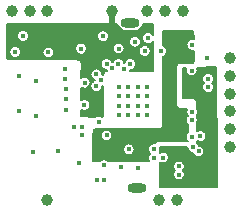
<source format=gbr>
%TF.GenerationSoftware,KiCad,Pcbnew,(5.1.6-0-10_14)*%
%TF.CreationDate,2020-10-31T13:09:24+09:00*%
%TF.ProjectId,RF920A,52463932-3041-42e6-9b69-6361645f7063,rev?*%
%TF.SameCoordinates,Original*%
%TF.FileFunction,Copper,L3,Inr*%
%TF.FilePolarity,Positive*%
%FSLAX46Y46*%
G04 Gerber Fmt 4.6, Leading zero omitted, Abs format (unit mm)*
G04 Created by KiCad (PCBNEW (5.1.6-0-10_14)) date 2020-10-31 13:09:24*
%MOMM*%
%LPD*%
G01*
G04 APERTURE LIST*
%TA.AperFunction,WasherPad*%
%ADD10O,1.600000X0.800000*%
%TD*%
%TA.AperFunction,ViaPad*%
%ADD11C,1.000000*%
%TD*%
%TA.AperFunction,ViaPad*%
%ADD12C,0.400000*%
%TD*%
%TA.AperFunction,Conductor*%
%ADD13C,0.500000*%
%TD*%
%TA.AperFunction,Conductor*%
%ADD14C,0.200000*%
%TD*%
G04 APERTURE END LIST*
D10*
%TO.N,*%
%TO.C,U7*%
X162125000Y-106970000D03*
X161550000Y-92970000D03*
%TD*%
D11*
%TO.N,/SDA*%
%TO.C,J19*%
X154530000Y-92000000D03*
%TD*%
%TO.N,GND*%
%TO.C,J17*%
X170000000Y-103500000D03*
%TD*%
%TO.N,GND*%
%TO.C,J16*%
X170000000Y-102000000D03*
%TD*%
%TO.N,+3.3VA*%
%TO.C,J14*%
X165500000Y-108000000D03*
%TD*%
%TO.N,+3.3VA*%
%TO.C,J13*%
X164000000Y-108000000D03*
%TD*%
%TO.N,/SCL*%
%TO.C,J12*%
X153030000Y-92000000D03*
%TD*%
%TO.N,/WP*%
%TO.C,J11*%
X151530000Y-92000000D03*
%TD*%
%TO.N,/RESETN*%
%TO.C,J10*%
X170000000Y-96000000D03*
%TD*%
%TO.N,/REGPDIN*%
%TO.C,J9*%
X166000000Y-92000000D03*
%TD*%
%TO.N,/SDO*%
%TO.C,J8*%
X164500000Y-92000000D03*
%TD*%
%TO.N,/SINTN*%
%TO.C,J7*%
X163000000Y-92000000D03*
%TD*%
%TO.N,/SCLK*%
%TO.C,J6*%
X170000000Y-97500000D03*
%TD*%
%TO.N,/SCEN*%
%TO.C,J5*%
X170000000Y-99000000D03*
%TD*%
%TO.N,/SDI*%
%TO.C,J4*%
X170000000Y-100500000D03*
%TD*%
%TO.N,+3V3*%
%TO.C,J2*%
X160000000Y-92000000D03*
%TD*%
%TO.N,Net-(J1-Pad1)*%
%TO.C,J1*%
X154500000Y-108000000D03*
%TD*%
D12*
%TO.N,GND*%
X153550000Y-100880000D03*
X152100000Y-100440000D03*
X168150000Y-98440000D03*
X168150000Y-97740000D03*
X161950000Y-94600000D03*
X151820000Y-95450000D03*
X152150000Y-97520000D03*
X153600000Y-97960000D03*
X167340000Y-103880000D03*
X166890000Y-103510000D03*
X160580000Y-95170000D03*
X159250000Y-94130000D03*
X157390000Y-95180000D03*
X165670000Y-105150000D03*
X165670000Y-105840000D03*
X167500000Y-102590000D03*
X166750000Y-102640000D03*
X166750000Y-101230000D03*
X166800000Y-100560000D03*
X159350000Y-106290000D03*
X160760000Y-105200000D03*
X161430000Y-103710000D03*
X155400000Y-103850000D03*
X163570000Y-103700000D03*
X163570000Y-104450000D03*
X159350000Y-105050000D03*
X162240000Y-105310000D03*
X164350000Y-104400000D03*
X168080000Y-95950000D03*
X166750000Y-97030000D03*
X163060000Y-94290000D03*
X162780000Y-95390000D03*
X161550000Y-96480000D03*
X153350000Y-103910000D03*
X157670000Y-99940000D03*
X157690000Y-98060000D03*
X158870000Y-101350000D03*
X160600000Y-98400000D03*
X161400000Y-99200000D03*
X161400000Y-98400000D03*
X160600000Y-99200000D03*
X160600000Y-100000000D03*
X161400000Y-100000000D03*
X160600000Y-100800000D03*
X161400000Y-100800000D03*
X162200000Y-100800000D03*
X163000000Y-100800000D03*
X163000000Y-100000000D03*
X162200000Y-100000000D03*
X162200000Y-98400000D03*
X163000000Y-98400000D03*
X162200000Y-99200000D03*
X163000000Y-99200000D03*
X157500000Y-101850000D03*
X164180000Y-95390000D03*
X156800000Y-101850000D03*
X166800000Y-94850000D03*
X156090000Y-100410000D03*
X156090000Y-99480000D03*
X156100000Y-98590000D03*
X156070000Y-97730000D03*
X156050000Y-96910000D03*
%TO.N,/VDDCP*%
X164720000Y-101350000D03*
X164730000Y-100350000D03*
X166150000Y-102640000D03*
X166150000Y-100530000D03*
X160790000Y-103710000D03*
X164780000Y-95390000D03*
X166500000Y-95950000D03*
%TO.N,+3V3*%
X151820000Y-94850000D03*
X151870000Y-94100000D03*
X154620000Y-94890000D03*
X157670000Y-100540000D03*
X157700000Y-98660000D03*
X153270000Y-94100000D03*
%TO.N,Net-(C45-Pad1)*%
X159550000Y-102530000D03*
X158750000Y-106290000D03*
%TO.N,Net-(C46-Pad2)*%
X157500000Y-102450000D03*
X157190000Y-104830000D03*
%TO.N,/SDI*%
X158680000Y-98350000D03*
%TO.N,/SCEN*%
X159080000Y-97850000D03*
%TO.N,/SCLK*%
X158680000Y-97350000D03*
%TO.N,/SINTN*%
X159550000Y-96480000D03*
%TO.N,/SDO*%
X160050000Y-96830000D03*
%TO.N,/REGPDIN*%
X160550000Y-96480000D03*
%TO.N,/RESETN*%
X161050000Y-96870000D03*
%TO.N,+3.3VA*%
X166890000Y-105090000D03*
X166150000Y-97030000D03*
X167360000Y-105460000D03*
X164350000Y-103780000D03*
%TO.N,/WP*%
X152470000Y-94100000D03*
%TO.N,/SDA*%
X154620000Y-95490000D03*
%TD*%
D13*
%TO.N,+3V3*%
X160000000Y-93070000D02*
X160000000Y-92275010D01*
X156410000Y-93340000D02*
X159730000Y-93340000D01*
X159730000Y-93340000D02*
X160000000Y-93070000D01*
X154860000Y-94890000D02*
X156085000Y-93665000D01*
X154620000Y-94890000D02*
X154860000Y-94890000D01*
X156085000Y-93665000D02*
X156410000Y-93340000D01*
%TD*%
D14*
%TO.N,/VDDCP*%
G36*
X166798169Y-93693099D02*
G01*
X166859059Y-93709886D01*
X166894023Y-93745105D01*
X166910367Y-93806113D01*
X166911333Y-94362350D01*
X166849246Y-94350000D01*
X166750754Y-94350000D01*
X166654155Y-94369215D01*
X166563161Y-94406906D01*
X166481269Y-94461625D01*
X166411625Y-94531269D01*
X166356906Y-94613161D01*
X166319215Y-94704155D01*
X166300000Y-94800754D01*
X166300000Y-94899246D01*
X166319215Y-94995845D01*
X166356906Y-95086839D01*
X166411625Y-95168731D01*
X166481269Y-95238375D01*
X166563161Y-95293094D01*
X166654155Y-95330785D01*
X166750754Y-95350000D01*
X166849246Y-95350000D01*
X166913027Y-95337313D01*
X166914631Y-96260213D01*
X166898353Y-96321528D01*
X166863232Y-96356891D01*
X166802031Y-96373588D01*
X165747389Y-96378988D01*
X165721695Y-96382482D01*
X165622440Y-96409435D01*
X165604116Y-96416402D01*
X165587504Y-96426810D01*
X165577946Y-96435219D01*
X165505210Y-96507933D01*
X165492771Y-96523084D01*
X165483528Y-96540372D01*
X165479413Y-96552418D01*
X165452430Y-96651664D01*
X165448928Y-96677358D01*
X165431070Y-99972204D01*
X165434280Y-99997882D01*
X165460079Y-100097225D01*
X165466842Y-100115625D01*
X165477065Y-100132351D01*
X165485291Y-100141923D01*
X165556967Y-100215388D01*
X165571966Y-100228010D01*
X165589140Y-100237463D01*
X165601031Y-100241695D01*
X165699708Y-100269934D01*
X165725298Y-100273775D01*
X166360315Y-100285986D01*
X166378328Y-100291101D01*
X166356906Y-100323161D01*
X166319215Y-100414155D01*
X166300000Y-100510754D01*
X166300000Y-100609246D01*
X166319215Y-100705845D01*
X166356906Y-100796839D01*
X166404631Y-100868263D01*
X166361625Y-100911269D01*
X166306906Y-100993161D01*
X166269215Y-101084155D01*
X166250000Y-101180754D01*
X166250000Y-101279246D01*
X166269215Y-101375845D01*
X166306906Y-101466839D01*
X166361625Y-101548731D01*
X166431269Y-101618375D01*
X166479969Y-101650915D01*
X166483829Y-102216505D01*
X166431269Y-102251625D01*
X166361625Y-102321269D01*
X166306906Y-102403161D01*
X166269215Y-102494155D01*
X166250000Y-102590754D01*
X166250000Y-102689246D01*
X166269215Y-102785845D01*
X166306906Y-102876839D01*
X166361625Y-102958731D01*
X166415540Y-103012646D01*
X166378737Y-103020000D01*
X163890000Y-103020000D01*
X163870491Y-103021921D01*
X163793954Y-103037145D01*
X163775195Y-103042836D01*
X163757905Y-103052078D01*
X163693021Y-103095433D01*
X163677868Y-103107869D01*
X163665433Y-103123021D01*
X163622078Y-103187905D01*
X163615613Y-103200000D01*
X163520754Y-103200000D01*
X163424155Y-103219215D01*
X163333161Y-103256906D01*
X163251269Y-103311625D01*
X163181625Y-103381269D01*
X163126906Y-103463161D01*
X163089215Y-103554155D01*
X163070000Y-103650754D01*
X163070000Y-103749246D01*
X163089215Y-103845845D01*
X163126906Y-103936839D01*
X163181625Y-104018731D01*
X163237894Y-104075000D01*
X163181625Y-104131269D01*
X163126906Y-104213161D01*
X163089215Y-104304155D01*
X163070000Y-104400754D01*
X163070000Y-104499246D01*
X163089215Y-104595845D01*
X163126906Y-104686839D01*
X163137066Y-104702045D01*
X160861809Y-104710456D01*
X160809246Y-104700000D01*
X160710754Y-104700000D01*
X160654335Y-104711223D01*
X159721776Y-104714670D01*
X159668731Y-104661625D01*
X159586839Y-104606906D01*
X159495845Y-104569215D01*
X159399246Y-104550000D01*
X159300754Y-104550000D01*
X159204155Y-104569215D01*
X159113161Y-104606906D01*
X159031269Y-104661625D01*
X158975465Y-104717429D01*
X158495302Y-104719204D01*
X158447118Y-104709630D01*
X158414924Y-104687804D01*
X158393761Y-104655172D01*
X158385175Y-104606809D01*
X158408011Y-103660754D01*
X160930000Y-103660754D01*
X160930000Y-103759246D01*
X160949215Y-103855845D01*
X160986906Y-103946839D01*
X161041625Y-104028731D01*
X161111269Y-104098375D01*
X161193161Y-104153094D01*
X161284155Y-104190785D01*
X161380754Y-104210000D01*
X161479246Y-104210000D01*
X161575845Y-104190785D01*
X161666839Y-104153094D01*
X161748731Y-104098375D01*
X161818375Y-104028731D01*
X161873094Y-103946839D01*
X161910785Y-103855845D01*
X161930000Y-103759246D01*
X161930000Y-103660754D01*
X161910785Y-103564155D01*
X161873094Y-103473161D01*
X161818375Y-103391269D01*
X161748731Y-103321625D01*
X161666839Y-103266906D01*
X161575845Y-103229215D01*
X161479246Y-103210000D01*
X161380754Y-103210000D01*
X161284155Y-103229215D01*
X161193161Y-103266906D01*
X161111269Y-103321625D01*
X161041625Y-103391269D01*
X160986906Y-103473161D01*
X160949215Y-103564155D01*
X160930000Y-103660754D01*
X158408011Y-103660754D01*
X158436494Y-102480754D01*
X159050000Y-102480754D01*
X159050000Y-102579246D01*
X159069215Y-102675845D01*
X159106906Y-102766839D01*
X159161625Y-102848731D01*
X159231269Y-102918375D01*
X159313161Y-102973094D01*
X159404155Y-103010785D01*
X159500754Y-103030000D01*
X159599246Y-103030000D01*
X159695845Y-103010785D01*
X159786839Y-102973094D01*
X159868731Y-102918375D01*
X159938375Y-102848731D01*
X159993094Y-102766839D01*
X160030785Y-102675845D01*
X160050000Y-102579246D01*
X160050000Y-102480754D01*
X160030785Y-102384155D01*
X159993094Y-102293161D01*
X159938375Y-102211269D01*
X159868731Y-102141625D01*
X159786839Y-102086906D01*
X159695845Y-102049215D01*
X159599246Y-102030000D01*
X159500754Y-102030000D01*
X159404155Y-102049215D01*
X159313161Y-102086906D01*
X159231269Y-102141625D01*
X159161625Y-102211269D01*
X159106906Y-102293161D01*
X159069215Y-102384155D01*
X159050000Y-102480754D01*
X158436494Y-102480754D01*
X158444956Y-102130197D01*
X158462348Y-102070082D01*
X158497522Y-102035688D01*
X158558015Y-102019648D01*
X164050030Y-102010339D01*
X164069544Y-102008383D01*
X164146087Y-101993016D01*
X164164836Y-101987292D01*
X164182123Y-101978010D01*
X164246951Y-101934509D01*
X164262080Y-101922043D01*
X164274496Y-101906850D01*
X164317731Y-101841844D01*
X164326936Y-101824536D01*
X164332589Y-101805748D01*
X164347643Y-101729143D01*
X164349520Y-101709620D01*
X164335509Y-95866782D01*
X164416839Y-95833094D01*
X164498731Y-95778375D01*
X164568375Y-95708731D01*
X164623094Y-95626839D01*
X164660785Y-95535845D01*
X164680000Y-95439246D01*
X164680000Y-95340754D01*
X164660785Y-95244155D01*
X164623094Y-95153161D01*
X164568375Y-95071269D01*
X164498731Y-95001625D01*
X164416839Y-94946906D01*
X164333220Y-94912270D01*
X164330509Y-93781973D01*
X164339951Y-93734263D01*
X164361409Y-93702277D01*
X164393535Y-93681030D01*
X164441302Y-93671904D01*
X166798169Y-93693099D01*
G37*
X166798169Y-93693099D02*
X166859059Y-93709886D01*
X166894023Y-93745105D01*
X166910367Y-93806113D01*
X166911333Y-94362350D01*
X166849246Y-94350000D01*
X166750754Y-94350000D01*
X166654155Y-94369215D01*
X166563161Y-94406906D01*
X166481269Y-94461625D01*
X166411625Y-94531269D01*
X166356906Y-94613161D01*
X166319215Y-94704155D01*
X166300000Y-94800754D01*
X166300000Y-94899246D01*
X166319215Y-94995845D01*
X166356906Y-95086839D01*
X166411625Y-95168731D01*
X166481269Y-95238375D01*
X166563161Y-95293094D01*
X166654155Y-95330785D01*
X166750754Y-95350000D01*
X166849246Y-95350000D01*
X166913027Y-95337313D01*
X166914631Y-96260213D01*
X166898353Y-96321528D01*
X166863232Y-96356891D01*
X166802031Y-96373588D01*
X165747389Y-96378988D01*
X165721695Y-96382482D01*
X165622440Y-96409435D01*
X165604116Y-96416402D01*
X165587504Y-96426810D01*
X165577946Y-96435219D01*
X165505210Y-96507933D01*
X165492771Y-96523084D01*
X165483528Y-96540372D01*
X165479413Y-96552418D01*
X165452430Y-96651664D01*
X165448928Y-96677358D01*
X165431070Y-99972204D01*
X165434280Y-99997882D01*
X165460079Y-100097225D01*
X165466842Y-100115625D01*
X165477065Y-100132351D01*
X165485291Y-100141923D01*
X165556967Y-100215388D01*
X165571966Y-100228010D01*
X165589140Y-100237463D01*
X165601031Y-100241695D01*
X165699708Y-100269934D01*
X165725298Y-100273775D01*
X166360315Y-100285986D01*
X166378328Y-100291101D01*
X166356906Y-100323161D01*
X166319215Y-100414155D01*
X166300000Y-100510754D01*
X166300000Y-100609246D01*
X166319215Y-100705845D01*
X166356906Y-100796839D01*
X166404631Y-100868263D01*
X166361625Y-100911269D01*
X166306906Y-100993161D01*
X166269215Y-101084155D01*
X166250000Y-101180754D01*
X166250000Y-101279246D01*
X166269215Y-101375845D01*
X166306906Y-101466839D01*
X166361625Y-101548731D01*
X166431269Y-101618375D01*
X166479969Y-101650915D01*
X166483829Y-102216505D01*
X166431269Y-102251625D01*
X166361625Y-102321269D01*
X166306906Y-102403161D01*
X166269215Y-102494155D01*
X166250000Y-102590754D01*
X166250000Y-102689246D01*
X166269215Y-102785845D01*
X166306906Y-102876839D01*
X166361625Y-102958731D01*
X166415540Y-103012646D01*
X166378737Y-103020000D01*
X163890000Y-103020000D01*
X163870491Y-103021921D01*
X163793954Y-103037145D01*
X163775195Y-103042836D01*
X163757905Y-103052078D01*
X163693021Y-103095433D01*
X163677868Y-103107869D01*
X163665433Y-103123021D01*
X163622078Y-103187905D01*
X163615613Y-103200000D01*
X163520754Y-103200000D01*
X163424155Y-103219215D01*
X163333161Y-103256906D01*
X163251269Y-103311625D01*
X163181625Y-103381269D01*
X163126906Y-103463161D01*
X163089215Y-103554155D01*
X163070000Y-103650754D01*
X163070000Y-103749246D01*
X163089215Y-103845845D01*
X163126906Y-103936839D01*
X163181625Y-104018731D01*
X163237894Y-104075000D01*
X163181625Y-104131269D01*
X163126906Y-104213161D01*
X163089215Y-104304155D01*
X163070000Y-104400754D01*
X163070000Y-104499246D01*
X163089215Y-104595845D01*
X163126906Y-104686839D01*
X163137066Y-104702045D01*
X160861809Y-104710456D01*
X160809246Y-104700000D01*
X160710754Y-104700000D01*
X160654335Y-104711223D01*
X159721776Y-104714670D01*
X159668731Y-104661625D01*
X159586839Y-104606906D01*
X159495845Y-104569215D01*
X159399246Y-104550000D01*
X159300754Y-104550000D01*
X159204155Y-104569215D01*
X159113161Y-104606906D01*
X159031269Y-104661625D01*
X158975465Y-104717429D01*
X158495302Y-104719204D01*
X158447118Y-104709630D01*
X158414924Y-104687804D01*
X158393761Y-104655172D01*
X158385175Y-104606809D01*
X158408011Y-103660754D01*
X160930000Y-103660754D01*
X160930000Y-103759246D01*
X160949215Y-103855845D01*
X160986906Y-103946839D01*
X161041625Y-104028731D01*
X161111269Y-104098375D01*
X161193161Y-104153094D01*
X161284155Y-104190785D01*
X161380754Y-104210000D01*
X161479246Y-104210000D01*
X161575845Y-104190785D01*
X161666839Y-104153094D01*
X161748731Y-104098375D01*
X161818375Y-104028731D01*
X161873094Y-103946839D01*
X161910785Y-103855845D01*
X161930000Y-103759246D01*
X161930000Y-103660754D01*
X161910785Y-103564155D01*
X161873094Y-103473161D01*
X161818375Y-103391269D01*
X161748731Y-103321625D01*
X161666839Y-103266906D01*
X161575845Y-103229215D01*
X161479246Y-103210000D01*
X161380754Y-103210000D01*
X161284155Y-103229215D01*
X161193161Y-103266906D01*
X161111269Y-103321625D01*
X161041625Y-103391269D01*
X160986906Y-103473161D01*
X160949215Y-103564155D01*
X160930000Y-103660754D01*
X158408011Y-103660754D01*
X158436494Y-102480754D01*
X159050000Y-102480754D01*
X159050000Y-102579246D01*
X159069215Y-102675845D01*
X159106906Y-102766839D01*
X159161625Y-102848731D01*
X159231269Y-102918375D01*
X159313161Y-102973094D01*
X159404155Y-103010785D01*
X159500754Y-103030000D01*
X159599246Y-103030000D01*
X159695845Y-103010785D01*
X159786839Y-102973094D01*
X159868731Y-102918375D01*
X159938375Y-102848731D01*
X159993094Y-102766839D01*
X160030785Y-102675845D01*
X160050000Y-102579246D01*
X160050000Y-102480754D01*
X160030785Y-102384155D01*
X159993094Y-102293161D01*
X159938375Y-102211269D01*
X159868731Y-102141625D01*
X159786839Y-102086906D01*
X159695845Y-102049215D01*
X159599246Y-102030000D01*
X159500754Y-102030000D01*
X159404155Y-102049215D01*
X159313161Y-102086906D01*
X159231269Y-102141625D01*
X159161625Y-102211269D01*
X159106906Y-102293161D01*
X159069215Y-102384155D01*
X159050000Y-102480754D01*
X158436494Y-102480754D01*
X158444956Y-102130197D01*
X158462348Y-102070082D01*
X158497522Y-102035688D01*
X158558015Y-102019648D01*
X164050030Y-102010339D01*
X164069544Y-102008383D01*
X164146087Y-101993016D01*
X164164836Y-101987292D01*
X164182123Y-101978010D01*
X164246951Y-101934509D01*
X164262080Y-101922043D01*
X164274496Y-101906850D01*
X164317731Y-101841844D01*
X164326936Y-101824536D01*
X164332589Y-101805748D01*
X164347643Y-101729143D01*
X164349520Y-101709620D01*
X164335509Y-95866782D01*
X164416839Y-95833094D01*
X164498731Y-95778375D01*
X164568375Y-95708731D01*
X164623094Y-95626839D01*
X164660785Y-95535845D01*
X164680000Y-95439246D01*
X164680000Y-95340754D01*
X164660785Y-95244155D01*
X164623094Y-95153161D01*
X164568375Y-95071269D01*
X164498731Y-95001625D01*
X164416839Y-94946906D01*
X164333220Y-94912270D01*
X164330509Y-93781973D01*
X164339951Y-93734263D01*
X164361409Y-93702277D01*
X164393535Y-93681030D01*
X164441302Y-93671904D01*
X166798169Y-93693099D01*
%TO.N,+3.3VA*%
G36*
X168788340Y-96780478D02*
G01*
X168820279Y-96801508D01*
X168841742Y-96833154D01*
X168851496Y-96880445D01*
X168909991Y-105099090D01*
X168909994Y-105100987D01*
X168901114Y-106796994D01*
X168884406Y-106858198D01*
X168849034Y-106893315D01*
X168787713Y-106909581D01*
X164143091Y-106900420D01*
X164095331Y-106890730D01*
X164063405Y-106869052D01*
X164042323Y-106836727D01*
X164033524Y-106788800D01*
X164061580Y-105100754D01*
X165170000Y-105100754D01*
X165170000Y-105199246D01*
X165189215Y-105295845D01*
X165226906Y-105386839D01*
X165281625Y-105468731D01*
X165307894Y-105495000D01*
X165281625Y-105521269D01*
X165226906Y-105603161D01*
X165189215Y-105694155D01*
X165170000Y-105790754D01*
X165170000Y-105889246D01*
X165189215Y-105985845D01*
X165226906Y-106076839D01*
X165281625Y-106158731D01*
X165351269Y-106228375D01*
X165433161Y-106283094D01*
X165524155Y-106320785D01*
X165620754Y-106340000D01*
X165719246Y-106340000D01*
X165815845Y-106320785D01*
X165906839Y-106283094D01*
X165988731Y-106228375D01*
X166058375Y-106158731D01*
X166113094Y-106076839D01*
X166150785Y-105985845D01*
X166170000Y-105889246D01*
X166170000Y-105790754D01*
X166150785Y-105694155D01*
X166113094Y-105603161D01*
X166058375Y-105521269D01*
X166032106Y-105495000D01*
X166058375Y-105468731D01*
X166113094Y-105386839D01*
X166150785Y-105295845D01*
X166170000Y-105199246D01*
X166170000Y-105100754D01*
X166150785Y-105004155D01*
X166113094Y-104913161D01*
X166058375Y-104831269D01*
X165988731Y-104761625D01*
X165906839Y-104706906D01*
X165815845Y-104669215D01*
X165719246Y-104650000D01*
X165620754Y-104650000D01*
X165524155Y-104669215D01*
X165433161Y-104706906D01*
X165351269Y-104761625D01*
X165281625Y-104831269D01*
X165226906Y-104913161D01*
X165189215Y-105004155D01*
X165170000Y-105100754D01*
X164061580Y-105100754D01*
X164066382Y-104811837D01*
X164113161Y-104843094D01*
X164204155Y-104880785D01*
X164300754Y-104900000D01*
X164399246Y-104900000D01*
X164495845Y-104880785D01*
X164586839Y-104843094D01*
X164668731Y-104788375D01*
X164738375Y-104718731D01*
X164793094Y-104636839D01*
X164830785Y-104545845D01*
X164850000Y-104449246D01*
X164850000Y-104350754D01*
X164830785Y-104254155D01*
X164793094Y-104163161D01*
X164738375Y-104081269D01*
X164668731Y-104011625D01*
X164586839Y-103956906D01*
X164495845Y-103919215D01*
X164399246Y-103900000D01*
X164300754Y-103900000D01*
X164204155Y-103919215D01*
X164113161Y-103956906D01*
X164080226Y-103978913D01*
X164086501Y-103601362D01*
X164103630Y-103540802D01*
X164138892Y-103506121D01*
X164199730Y-103490000D01*
X166390000Y-103490000D01*
X166390000Y-103559246D01*
X166409215Y-103655845D01*
X166446906Y-103746839D01*
X166501625Y-103828731D01*
X166571269Y-103898375D01*
X166653161Y-103953094D01*
X166744155Y-103990785D01*
X166840754Y-104010000D01*
X166856063Y-104010000D01*
X166859215Y-104025845D01*
X166896906Y-104116839D01*
X166951625Y-104198731D01*
X167021269Y-104268375D01*
X167103161Y-104323094D01*
X167194155Y-104360785D01*
X167290754Y-104380000D01*
X167389246Y-104380000D01*
X167485845Y-104360785D01*
X167576839Y-104323094D01*
X167658731Y-104268375D01*
X167728375Y-104198731D01*
X167783094Y-104116839D01*
X167820785Y-104025845D01*
X167840000Y-103929246D01*
X167840000Y-103830754D01*
X167820785Y-103734155D01*
X167783094Y-103643161D01*
X167728375Y-103561269D01*
X167658731Y-103491625D01*
X167576839Y-103436906D01*
X167485845Y-103399215D01*
X167389246Y-103380000D01*
X167373937Y-103380000D01*
X167370785Y-103364155D01*
X167333094Y-103273161D01*
X167278375Y-103191269D01*
X167229367Y-103142261D01*
X167229029Y-103010287D01*
X167263161Y-103033094D01*
X167354155Y-103070785D01*
X167450754Y-103090000D01*
X167549246Y-103090000D01*
X167645845Y-103070785D01*
X167736839Y-103033094D01*
X167818731Y-102978375D01*
X167888375Y-102908731D01*
X167943094Y-102826839D01*
X167980785Y-102735845D01*
X168000000Y-102639246D01*
X168000000Y-102540754D01*
X167980785Y-102444155D01*
X167943094Y-102353161D01*
X167888375Y-102271269D01*
X167818731Y-102201625D01*
X167736839Y-102146906D01*
X167645845Y-102109215D01*
X167549246Y-102090000D01*
X167450754Y-102090000D01*
X167354155Y-102109215D01*
X167263161Y-102146906D01*
X167226880Y-102171149D01*
X167224880Y-101390102D01*
X167230785Y-101375845D01*
X167250000Y-101279246D01*
X167250000Y-101180754D01*
X167230785Y-101084155D01*
X167224054Y-101067906D01*
X167223436Y-100826260D01*
X167243094Y-100796839D01*
X167280785Y-100705845D01*
X167300000Y-100609246D01*
X167300000Y-100510754D01*
X167280785Y-100414155D01*
X167243094Y-100323161D01*
X167222067Y-100291692D01*
X167220511Y-99684232D01*
X167217048Y-99658400D01*
X167190083Y-99558616D01*
X167183139Y-99540284D01*
X167172751Y-99523659D01*
X167164166Y-99513902D01*
X167090984Y-99440908D01*
X167075814Y-99428492D01*
X167058513Y-99419273D01*
X167046205Y-99415106D01*
X166946353Y-99388396D01*
X166920512Y-99385000D01*
X166109851Y-99385000D01*
X166062480Y-99375577D01*
X166030675Y-99354325D01*
X166009423Y-99322520D01*
X166000000Y-99275149D01*
X166000000Y-97690754D01*
X167650000Y-97690754D01*
X167650000Y-97789246D01*
X167669215Y-97885845D01*
X167706906Y-97976839D01*
X167761625Y-98058731D01*
X167792894Y-98090000D01*
X167761625Y-98121269D01*
X167706906Y-98203161D01*
X167669215Y-98294155D01*
X167650000Y-98390754D01*
X167650000Y-98489246D01*
X167669215Y-98585845D01*
X167706906Y-98676839D01*
X167761625Y-98758731D01*
X167831269Y-98828375D01*
X167913161Y-98883094D01*
X168004155Y-98920785D01*
X168100754Y-98940000D01*
X168199246Y-98940000D01*
X168295845Y-98920785D01*
X168386839Y-98883094D01*
X168468731Y-98828375D01*
X168538375Y-98758731D01*
X168593094Y-98676839D01*
X168630785Y-98585845D01*
X168650000Y-98489246D01*
X168650000Y-98390754D01*
X168630785Y-98294155D01*
X168593094Y-98203161D01*
X168538375Y-98121269D01*
X168507106Y-98090000D01*
X168538375Y-98058731D01*
X168593094Y-97976839D01*
X168630785Y-97885845D01*
X168650000Y-97789246D01*
X168650000Y-97690754D01*
X168630785Y-97594155D01*
X168593094Y-97503161D01*
X168538375Y-97421269D01*
X168468731Y-97351625D01*
X168386839Y-97296906D01*
X168295845Y-97259215D01*
X168199246Y-97240000D01*
X168100754Y-97240000D01*
X168004155Y-97259215D01*
X167913161Y-97296906D01*
X167831269Y-97351625D01*
X167761625Y-97421269D01*
X167706906Y-97503161D01*
X167669215Y-97594155D01*
X167650000Y-97690754D01*
X166000000Y-97690754D01*
X166000000Y-96901804D01*
X166016322Y-96840623D01*
X166051383Y-96805332D01*
X166112456Y-96788609D01*
X166310817Y-96787308D01*
X166306906Y-96793161D01*
X166269215Y-96884155D01*
X166250000Y-96980754D01*
X166250000Y-97079246D01*
X166269215Y-97175845D01*
X166306906Y-97266839D01*
X166361625Y-97348731D01*
X166431269Y-97418375D01*
X166513161Y-97473094D01*
X166604155Y-97510785D01*
X166700754Y-97530000D01*
X166799246Y-97530000D01*
X166895845Y-97510785D01*
X166986839Y-97473094D01*
X167068731Y-97418375D01*
X167138375Y-97348731D01*
X167193094Y-97266839D01*
X167230785Y-97175845D01*
X167250000Y-97079246D01*
X167250000Y-96980754D01*
X167230785Y-96884155D01*
X167193094Y-96793161D01*
X167185352Y-96781574D01*
X168740926Y-96771374D01*
X168788340Y-96780478D01*
G37*
X168788340Y-96780478D02*
X168820279Y-96801508D01*
X168841742Y-96833154D01*
X168851496Y-96880445D01*
X168909991Y-105099090D01*
X168909994Y-105100987D01*
X168901114Y-106796994D01*
X168884406Y-106858198D01*
X168849034Y-106893315D01*
X168787713Y-106909581D01*
X164143091Y-106900420D01*
X164095331Y-106890730D01*
X164063405Y-106869052D01*
X164042323Y-106836727D01*
X164033524Y-106788800D01*
X164061580Y-105100754D01*
X165170000Y-105100754D01*
X165170000Y-105199246D01*
X165189215Y-105295845D01*
X165226906Y-105386839D01*
X165281625Y-105468731D01*
X165307894Y-105495000D01*
X165281625Y-105521269D01*
X165226906Y-105603161D01*
X165189215Y-105694155D01*
X165170000Y-105790754D01*
X165170000Y-105889246D01*
X165189215Y-105985845D01*
X165226906Y-106076839D01*
X165281625Y-106158731D01*
X165351269Y-106228375D01*
X165433161Y-106283094D01*
X165524155Y-106320785D01*
X165620754Y-106340000D01*
X165719246Y-106340000D01*
X165815845Y-106320785D01*
X165906839Y-106283094D01*
X165988731Y-106228375D01*
X166058375Y-106158731D01*
X166113094Y-106076839D01*
X166150785Y-105985845D01*
X166170000Y-105889246D01*
X166170000Y-105790754D01*
X166150785Y-105694155D01*
X166113094Y-105603161D01*
X166058375Y-105521269D01*
X166032106Y-105495000D01*
X166058375Y-105468731D01*
X166113094Y-105386839D01*
X166150785Y-105295845D01*
X166170000Y-105199246D01*
X166170000Y-105100754D01*
X166150785Y-105004155D01*
X166113094Y-104913161D01*
X166058375Y-104831269D01*
X165988731Y-104761625D01*
X165906839Y-104706906D01*
X165815845Y-104669215D01*
X165719246Y-104650000D01*
X165620754Y-104650000D01*
X165524155Y-104669215D01*
X165433161Y-104706906D01*
X165351269Y-104761625D01*
X165281625Y-104831269D01*
X165226906Y-104913161D01*
X165189215Y-105004155D01*
X165170000Y-105100754D01*
X164061580Y-105100754D01*
X164066382Y-104811837D01*
X164113161Y-104843094D01*
X164204155Y-104880785D01*
X164300754Y-104900000D01*
X164399246Y-104900000D01*
X164495845Y-104880785D01*
X164586839Y-104843094D01*
X164668731Y-104788375D01*
X164738375Y-104718731D01*
X164793094Y-104636839D01*
X164830785Y-104545845D01*
X164850000Y-104449246D01*
X164850000Y-104350754D01*
X164830785Y-104254155D01*
X164793094Y-104163161D01*
X164738375Y-104081269D01*
X164668731Y-104011625D01*
X164586839Y-103956906D01*
X164495845Y-103919215D01*
X164399246Y-103900000D01*
X164300754Y-103900000D01*
X164204155Y-103919215D01*
X164113161Y-103956906D01*
X164080226Y-103978913D01*
X164086501Y-103601362D01*
X164103630Y-103540802D01*
X164138892Y-103506121D01*
X164199730Y-103490000D01*
X166390000Y-103490000D01*
X166390000Y-103559246D01*
X166409215Y-103655845D01*
X166446906Y-103746839D01*
X166501625Y-103828731D01*
X166571269Y-103898375D01*
X166653161Y-103953094D01*
X166744155Y-103990785D01*
X166840754Y-104010000D01*
X166856063Y-104010000D01*
X166859215Y-104025845D01*
X166896906Y-104116839D01*
X166951625Y-104198731D01*
X167021269Y-104268375D01*
X167103161Y-104323094D01*
X167194155Y-104360785D01*
X167290754Y-104380000D01*
X167389246Y-104380000D01*
X167485845Y-104360785D01*
X167576839Y-104323094D01*
X167658731Y-104268375D01*
X167728375Y-104198731D01*
X167783094Y-104116839D01*
X167820785Y-104025845D01*
X167840000Y-103929246D01*
X167840000Y-103830754D01*
X167820785Y-103734155D01*
X167783094Y-103643161D01*
X167728375Y-103561269D01*
X167658731Y-103491625D01*
X167576839Y-103436906D01*
X167485845Y-103399215D01*
X167389246Y-103380000D01*
X167373937Y-103380000D01*
X167370785Y-103364155D01*
X167333094Y-103273161D01*
X167278375Y-103191269D01*
X167229367Y-103142261D01*
X167229029Y-103010287D01*
X167263161Y-103033094D01*
X167354155Y-103070785D01*
X167450754Y-103090000D01*
X167549246Y-103090000D01*
X167645845Y-103070785D01*
X167736839Y-103033094D01*
X167818731Y-102978375D01*
X167888375Y-102908731D01*
X167943094Y-102826839D01*
X167980785Y-102735845D01*
X168000000Y-102639246D01*
X168000000Y-102540754D01*
X167980785Y-102444155D01*
X167943094Y-102353161D01*
X167888375Y-102271269D01*
X167818731Y-102201625D01*
X167736839Y-102146906D01*
X167645845Y-102109215D01*
X167549246Y-102090000D01*
X167450754Y-102090000D01*
X167354155Y-102109215D01*
X167263161Y-102146906D01*
X167226880Y-102171149D01*
X167224880Y-101390102D01*
X167230785Y-101375845D01*
X167250000Y-101279246D01*
X167250000Y-101180754D01*
X167230785Y-101084155D01*
X167224054Y-101067906D01*
X167223436Y-100826260D01*
X167243094Y-100796839D01*
X167280785Y-100705845D01*
X167300000Y-100609246D01*
X167300000Y-100510754D01*
X167280785Y-100414155D01*
X167243094Y-100323161D01*
X167222067Y-100291692D01*
X167220511Y-99684232D01*
X167217048Y-99658400D01*
X167190083Y-99558616D01*
X167183139Y-99540284D01*
X167172751Y-99523659D01*
X167164166Y-99513902D01*
X167090984Y-99440908D01*
X167075814Y-99428492D01*
X167058513Y-99419273D01*
X167046205Y-99415106D01*
X166946353Y-99388396D01*
X166920512Y-99385000D01*
X166109851Y-99385000D01*
X166062480Y-99375577D01*
X166030675Y-99354325D01*
X166009423Y-99322520D01*
X166000000Y-99275149D01*
X166000000Y-97690754D01*
X167650000Y-97690754D01*
X167650000Y-97789246D01*
X167669215Y-97885845D01*
X167706906Y-97976839D01*
X167761625Y-98058731D01*
X167792894Y-98090000D01*
X167761625Y-98121269D01*
X167706906Y-98203161D01*
X167669215Y-98294155D01*
X167650000Y-98390754D01*
X167650000Y-98489246D01*
X167669215Y-98585845D01*
X167706906Y-98676839D01*
X167761625Y-98758731D01*
X167831269Y-98828375D01*
X167913161Y-98883094D01*
X168004155Y-98920785D01*
X168100754Y-98940000D01*
X168199246Y-98940000D01*
X168295845Y-98920785D01*
X168386839Y-98883094D01*
X168468731Y-98828375D01*
X168538375Y-98758731D01*
X168593094Y-98676839D01*
X168630785Y-98585845D01*
X168650000Y-98489246D01*
X168650000Y-98390754D01*
X168630785Y-98294155D01*
X168593094Y-98203161D01*
X168538375Y-98121269D01*
X168507106Y-98090000D01*
X168538375Y-98058731D01*
X168593094Y-97976839D01*
X168630785Y-97885845D01*
X168650000Y-97789246D01*
X168650000Y-97690754D01*
X168630785Y-97594155D01*
X168593094Y-97503161D01*
X168538375Y-97421269D01*
X168468731Y-97351625D01*
X168386839Y-97296906D01*
X168295845Y-97259215D01*
X168199246Y-97240000D01*
X168100754Y-97240000D01*
X168004155Y-97259215D01*
X167913161Y-97296906D01*
X167831269Y-97351625D01*
X167761625Y-97421269D01*
X167706906Y-97503161D01*
X167669215Y-97594155D01*
X167650000Y-97690754D01*
X166000000Y-97690754D01*
X166000000Y-96901804D01*
X166016322Y-96840623D01*
X166051383Y-96805332D01*
X166112456Y-96788609D01*
X166310817Y-96787308D01*
X166306906Y-96793161D01*
X166269215Y-96884155D01*
X166250000Y-96980754D01*
X166250000Y-97079246D01*
X166269215Y-97175845D01*
X166306906Y-97266839D01*
X166361625Y-97348731D01*
X166431269Y-97418375D01*
X166513161Y-97473094D01*
X166604155Y-97510785D01*
X166700754Y-97530000D01*
X166799246Y-97530000D01*
X166895845Y-97510785D01*
X166986839Y-97473094D01*
X167068731Y-97418375D01*
X167138375Y-97348731D01*
X167193094Y-97266839D01*
X167230785Y-97175845D01*
X167250000Y-97079246D01*
X167250000Y-96980754D01*
X167230785Y-96884155D01*
X167193094Y-96793161D01*
X167185352Y-96781574D01*
X168740926Y-96771374D01*
X168788340Y-96780478D01*
%TO.N,+3V3*%
G36*
X160462487Y-93115000D02*
G01*
X160500155Y-93239175D01*
X160565155Y-93360781D01*
X160652630Y-93467370D01*
X160759219Y-93554845D01*
X160880825Y-93619845D01*
X161012776Y-93659872D01*
X161115610Y-93670000D01*
X161984390Y-93670000D01*
X162087224Y-93659872D01*
X162219175Y-93619845D01*
X162340781Y-93554845D01*
X162447370Y-93467370D01*
X162534845Y-93360781D01*
X162599845Y-93239175D01*
X162636466Y-93118453D01*
X163399327Y-93119665D01*
X163446767Y-93129200D01*
X163478576Y-93150583D01*
X163499756Y-93182529D01*
X163508986Y-93230032D01*
X163504997Y-94057755D01*
X163503094Y-94053161D01*
X163448375Y-93971269D01*
X163378731Y-93901625D01*
X163296839Y-93846906D01*
X163205845Y-93809215D01*
X163109246Y-93790000D01*
X163010754Y-93790000D01*
X162914155Y-93809215D01*
X162823161Y-93846906D01*
X162741269Y-93901625D01*
X162671625Y-93971269D01*
X162616906Y-94053161D01*
X162579215Y-94144155D01*
X162560000Y-94240754D01*
X162560000Y-94339246D01*
X162579215Y-94435845D01*
X162616906Y-94526839D01*
X162671625Y-94608731D01*
X162741269Y-94678375D01*
X162823161Y-94733094D01*
X162914155Y-94770785D01*
X163010754Y-94790000D01*
X163109246Y-94790000D01*
X163205845Y-94770785D01*
X163296839Y-94733094D01*
X163378731Y-94678375D01*
X163448375Y-94608731D01*
X163502734Y-94527378D01*
X163491012Y-96959690D01*
X163481363Y-97007011D01*
X163459961Y-97038712D01*
X163428054Y-97059812D01*
X163380646Y-97069008D01*
X161512423Y-97060175D01*
X161530785Y-97015845D01*
X161537915Y-96980000D01*
X161599246Y-96980000D01*
X161695845Y-96960785D01*
X161786839Y-96923094D01*
X161868731Y-96868375D01*
X161938375Y-96798731D01*
X161993094Y-96716839D01*
X162030785Y-96625845D01*
X162050000Y-96529246D01*
X162050000Y-96430754D01*
X162030785Y-96334155D01*
X161993094Y-96243161D01*
X161938375Y-96161269D01*
X161868731Y-96091625D01*
X161786839Y-96036906D01*
X161695845Y-95999215D01*
X161599246Y-95980000D01*
X161500754Y-95980000D01*
X161404155Y-95999215D01*
X161313161Y-96036906D01*
X161231269Y-96091625D01*
X161161625Y-96161269D01*
X161106906Y-96243161D01*
X161069215Y-96334155D01*
X161062085Y-96370000D01*
X161037915Y-96370000D01*
X161030785Y-96334155D01*
X160993094Y-96243161D01*
X160938375Y-96161269D01*
X160868731Y-96091625D01*
X160786839Y-96036906D01*
X160695845Y-95999215D01*
X160599246Y-95980000D01*
X160500754Y-95980000D01*
X160404155Y-95999215D01*
X160313161Y-96036906D01*
X160231269Y-96091625D01*
X160161625Y-96161269D01*
X160106906Y-96243161D01*
X160070936Y-96330000D01*
X160029064Y-96330000D01*
X159993094Y-96243161D01*
X159938375Y-96161269D01*
X159868731Y-96091625D01*
X159786839Y-96036906D01*
X159695845Y-95999215D01*
X159599246Y-95980000D01*
X159500754Y-95980000D01*
X159404155Y-95999215D01*
X159313161Y-96036906D01*
X159231269Y-96091625D01*
X159161625Y-96161269D01*
X159106906Y-96243161D01*
X159069215Y-96334155D01*
X159050000Y-96430754D01*
X159050000Y-96529246D01*
X159069215Y-96625845D01*
X159106906Y-96716839D01*
X159161625Y-96798731D01*
X159231269Y-96868375D01*
X159313161Y-96923094D01*
X159404155Y-96960785D01*
X159500754Y-96980000D01*
X159570936Y-96980000D01*
X159600401Y-97051135D01*
X159561419Y-97050951D01*
X159541843Y-97052792D01*
X159465016Y-97067744D01*
X159446233Y-97073357D01*
X159428808Y-97082591D01*
X159363602Y-97125882D01*
X159348412Y-97138274D01*
X159335864Y-97153489D01*
X159292266Y-97218489D01*
X159282995Y-97235761D01*
X159277248Y-97254626D01*
X159261933Y-97331381D01*
X159260000Y-97350948D01*
X159260000Y-97383362D01*
X159225845Y-97369215D01*
X159180000Y-97360096D01*
X159180000Y-97300754D01*
X159160785Y-97204155D01*
X159123094Y-97113161D01*
X159068375Y-97031269D01*
X158998731Y-96961625D01*
X158916839Y-96906906D01*
X158825845Y-96869215D01*
X158729246Y-96850000D01*
X158630754Y-96850000D01*
X158534155Y-96869215D01*
X158443161Y-96906906D01*
X158361269Y-96961625D01*
X158291625Y-97031269D01*
X158236906Y-97113161D01*
X158199215Y-97204155D01*
X158180000Y-97300754D01*
X158180000Y-97399246D01*
X158199215Y-97495845D01*
X158236906Y-97586839D01*
X158291625Y-97668731D01*
X158361269Y-97738375D01*
X158443161Y-97793094D01*
X158534155Y-97830785D01*
X158580000Y-97839904D01*
X158580000Y-97860096D01*
X158534155Y-97869215D01*
X158443161Y-97906906D01*
X158361269Y-97961625D01*
X158291625Y-98031269D01*
X158236906Y-98113161D01*
X158199215Y-98204155D01*
X158180000Y-98300754D01*
X158180000Y-98399246D01*
X158199215Y-98495845D01*
X158236906Y-98586839D01*
X158291625Y-98668731D01*
X158361269Y-98738375D01*
X158443161Y-98793094D01*
X158534155Y-98830785D01*
X158630754Y-98850000D01*
X158729246Y-98850000D01*
X158825845Y-98830785D01*
X158916839Y-98793094D01*
X158998731Y-98738375D01*
X159068375Y-98668731D01*
X159123094Y-98586839D01*
X159160785Y-98495845D01*
X159180000Y-98399246D01*
X159180000Y-98339904D01*
X159225845Y-98330785D01*
X159260000Y-98316638D01*
X159260000Y-100836920D01*
X159250396Y-100884719D01*
X159228756Y-100916700D01*
X159196444Y-100937839D01*
X159162516Y-100944109D01*
X159106839Y-100906906D01*
X159015845Y-100869215D01*
X158919246Y-100850000D01*
X158820754Y-100850000D01*
X158724155Y-100869215D01*
X158633161Y-100906906D01*
X158586682Y-100937963D01*
X157481169Y-100920772D01*
X157433982Y-100910627D01*
X157402520Y-100888907D01*
X157381756Y-100856806D01*
X157373035Y-100809334D01*
X157379747Y-100347404D01*
X157433161Y-100383094D01*
X157524155Y-100420785D01*
X157620754Y-100440000D01*
X157719246Y-100440000D01*
X157815845Y-100420785D01*
X157906839Y-100383094D01*
X157988731Y-100328375D01*
X158058375Y-100258731D01*
X158113094Y-100176839D01*
X158150785Y-100085845D01*
X158170000Y-99989246D01*
X158170000Y-99890754D01*
X158150785Y-99794155D01*
X158113094Y-99703161D01*
X158058375Y-99621269D01*
X157988731Y-99551625D01*
X157906839Y-99496906D01*
X157815845Y-99459215D01*
X157719246Y-99440000D01*
X157620754Y-99440000D01*
X157524155Y-99459215D01*
X157433161Y-99496906D01*
X157391702Y-99524608D01*
X157406994Y-98472246D01*
X157453161Y-98503094D01*
X157544155Y-98540785D01*
X157640754Y-98560000D01*
X157739246Y-98560000D01*
X157835845Y-98540785D01*
X157926839Y-98503094D01*
X158008731Y-98448375D01*
X158078375Y-98378731D01*
X158133094Y-98296839D01*
X158170785Y-98205845D01*
X158190000Y-98109246D01*
X158190000Y-98010754D01*
X158170785Y-97914155D01*
X158133094Y-97823161D01*
X158078375Y-97741269D01*
X158008731Y-97671625D01*
X157926839Y-97616906D01*
X157835845Y-97579215D01*
X157739246Y-97560000D01*
X157640754Y-97560000D01*
X157544155Y-97579215D01*
X157453161Y-97616906D01*
X157419091Y-97639671D01*
X157437072Y-96402205D01*
X157435426Y-96382622D01*
X157421244Y-96305693D01*
X157415817Y-96286856D01*
X157406768Y-96269359D01*
X157364163Y-96203754D01*
X157351926Y-96188438D01*
X157336857Y-96175751D01*
X157272347Y-96131506D01*
X157255172Y-96122056D01*
X157236388Y-96116118D01*
X157159840Y-96100002D01*
X157140305Y-96097863D01*
X151227339Y-96034761D01*
X151166422Y-96017838D01*
X151131510Y-95982496D01*
X151115337Y-95921380D01*
X151116168Y-95400754D01*
X151320000Y-95400754D01*
X151320000Y-95499246D01*
X151339215Y-95595845D01*
X151376906Y-95686839D01*
X151431625Y-95768731D01*
X151501269Y-95838375D01*
X151583161Y-95893094D01*
X151674155Y-95930785D01*
X151770754Y-95950000D01*
X151869246Y-95950000D01*
X151965845Y-95930785D01*
X152056839Y-95893094D01*
X152138731Y-95838375D01*
X152208375Y-95768731D01*
X152263094Y-95686839D01*
X152300785Y-95595845D01*
X152320000Y-95499246D01*
X152320000Y-95440754D01*
X154120000Y-95440754D01*
X154120000Y-95539246D01*
X154139215Y-95635845D01*
X154176906Y-95726839D01*
X154231625Y-95808731D01*
X154301269Y-95878375D01*
X154383161Y-95933094D01*
X154474155Y-95970785D01*
X154570754Y-95990000D01*
X154669246Y-95990000D01*
X154765845Y-95970785D01*
X154856839Y-95933094D01*
X154938731Y-95878375D01*
X155008375Y-95808731D01*
X155063094Y-95726839D01*
X155100785Y-95635845D01*
X155120000Y-95539246D01*
X155120000Y-95440754D01*
X155100785Y-95344155D01*
X155063094Y-95253161D01*
X155008375Y-95171269D01*
X154967860Y-95130754D01*
X156890000Y-95130754D01*
X156890000Y-95229246D01*
X156909215Y-95325845D01*
X156946906Y-95416839D01*
X157001625Y-95498731D01*
X157071269Y-95568375D01*
X157153161Y-95623094D01*
X157244155Y-95660785D01*
X157340754Y-95680000D01*
X157439246Y-95680000D01*
X157535845Y-95660785D01*
X157626839Y-95623094D01*
X157708731Y-95568375D01*
X157778375Y-95498731D01*
X157833094Y-95416839D01*
X157870785Y-95325845D01*
X157890000Y-95229246D01*
X157890000Y-95130754D01*
X157888011Y-95120754D01*
X160080000Y-95120754D01*
X160080000Y-95219246D01*
X160099215Y-95315845D01*
X160136906Y-95406839D01*
X160191625Y-95488731D01*
X160261269Y-95558375D01*
X160343161Y-95613094D01*
X160434155Y-95650785D01*
X160530754Y-95670000D01*
X160629246Y-95670000D01*
X160725845Y-95650785D01*
X160816839Y-95613094D01*
X160898731Y-95558375D01*
X160968375Y-95488731D01*
X161023094Y-95406839D01*
X161050467Y-95340754D01*
X162280000Y-95340754D01*
X162280000Y-95439246D01*
X162299215Y-95535845D01*
X162336906Y-95626839D01*
X162391625Y-95708731D01*
X162461269Y-95778375D01*
X162543161Y-95833094D01*
X162634155Y-95870785D01*
X162730754Y-95890000D01*
X162829246Y-95890000D01*
X162925845Y-95870785D01*
X163016839Y-95833094D01*
X163098731Y-95778375D01*
X163168375Y-95708731D01*
X163223094Y-95626839D01*
X163260785Y-95535845D01*
X163280000Y-95439246D01*
X163280000Y-95340754D01*
X163260785Y-95244155D01*
X163223094Y-95153161D01*
X163168375Y-95071269D01*
X163098731Y-95001625D01*
X163016839Y-94946906D01*
X162925845Y-94909215D01*
X162829246Y-94890000D01*
X162730754Y-94890000D01*
X162634155Y-94909215D01*
X162543161Y-94946906D01*
X162461269Y-95001625D01*
X162391625Y-95071269D01*
X162336906Y-95153161D01*
X162299215Y-95244155D01*
X162280000Y-95340754D01*
X161050467Y-95340754D01*
X161060785Y-95315845D01*
X161080000Y-95219246D01*
X161080000Y-95120754D01*
X161060785Y-95024155D01*
X161023094Y-94933161D01*
X160968375Y-94851269D01*
X160898731Y-94781625D01*
X160816839Y-94726906D01*
X160725845Y-94689215D01*
X160629246Y-94670000D01*
X160530754Y-94670000D01*
X160434155Y-94689215D01*
X160343161Y-94726906D01*
X160261269Y-94781625D01*
X160191625Y-94851269D01*
X160136906Y-94933161D01*
X160099215Y-95024155D01*
X160080000Y-95120754D01*
X157888011Y-95120754D01*
X157870785Y-95034155D01*
X157833094Y-94943161D01*
X157778375Y-94861269D01*
X157708731Y-94791625D01*
X157626839Y-94736906D01*
X157535845Y-94699215D01*
X157439246Y-94680000D01*
X157340754Y-94680000D01*
X157244155Y-94699215D01*
X157153161Y-94736906D01*
X157071269Y-94791625D01*
X157001625Y-94861269D01*
X156946906Y-94943161D01*
X156909215Y-95034155D01*
X156890000Y-95130754D01*
X154967860Y-95130754D01*
X154938731Y-95101625D01*
X154856839Y-95046906D01*
X154765845Y-95009215D01*
X154669246Y-94990000D01*
X154570754Y-94990000D01*
X154474155Y-95009215D01*
X154383161Y-95046906D01*
X154301269Y-95101625D01*
X154231625Y-95171269D01*
X154176906Y-95253161D01*
X154139215Y-95344155D01*
X154120000Y-95440754D01*
X152320000Y-95440754D01*
X152320000Y-95400754D01*
X152300785Y-95304155D01*
X152263094Y-95213161D01*
X152208375Y-95131269D01*
X152138731Y-95061625D01*
X152056839Y-95006906D01*
X151965845Y-94969215D01*
X151869246Y-94950000D01*
X151770754Y-94950000D01*
X151674155Y-94969215D01*
X151583161Y-95006906D01*
X151501269Y-95061625D01*
X151431625Y-95131269D01*
X151376906Y-95213161D01*
X151339215Y-95304155D01*
X151320000Y-95400754D01*
X151116168Y-95400754D01*
X151118322Y-94050754D01*
X151970000Y-94050754D01*
X151970000Y-94149246D01*
X151989215Y-94245845D01*
X152026906Y-94336839D01*
X152081625Y-94418731D01*
X152151269Y-94488375D01*
X152233161Y-94543094D01*
X152324155Y-94580785D01*
X152420754Y-94600000D01*
X152519246Y-94600000D01*
X152615845Y-94580785D01*
X152706839Y-94543094D01*
X152788731Y-94488375D01*
X152858375Y-94418731D01*
X152913094Y-94336839D01*
X152950785Y-94245845D01*
X152970000Y-94149246D01*
X152970000Y-94080754D01*
X158750000Y-94080754D01*
X158750000Y-94179246D01*
X158769215Y-94275845D01*
X158806906Y-94366839D01*
X158861625Y-94448731D01*
X158931269Y-94518375D01*
X159013161Y-94573094D01*
X159104155Y-94610785D01*
X159200754Y-94630000D01*
X159299246Y-94630000D01*
X159395845Y-94610785D01*
X159486839Y-94573094D01*
X159520272Y-94550754D01*
X161450000Y-94550754D01*
X161450000Y-94649246D01*
X161469215Y-94745845D01*
X161506906Y-94836839D01*
X161561625Y-94918731D01*
X161631269Y-94988375D01*
X161713161Y-95043094D01*
X161804155Y-95080785D01*
X161900754Y-95100000D01*
X161999246Y-95100000D01*
X162095845Y-95080785D01*
X162186839Y-95043094D01*
X162268731Y-94988375D01*
X162338375Y-94918731D01*
X162393094Y-94836839D01*
X162430785Y-94745845D01*
X162450000Y-94649246D01*
X162450000Y-94550754D01*
X162430785Y-94454155D01*
X162393094Y-94363161D01*
X162338375Y-94281269D01*
X162268731Y-94211625D01*
X162186839Y-94156906D01*
X162095845Y-94119215D01*
X161999246Y-94100000D01*
X161900754Y-94100000D01*
X161804155Y-94119215D01*
X161713161Y-94156906D01*
X161631269Y-94211625D01*
X161561625Y-94281269D01*
X161506906Y-94363161D01*
X161469215Y-94454155D01*
X161450000Y-94550754D01*
X159520272Y-94550754D01*
X159568731Y-94518375D01*
X159638375Y-94448731D01*
X159693094Y-94366839D01*
X159730785Y-94275845D01*
X159750000Y-94179246D01*
X159750000Y-94080754D01*
X159730785Y-93984155D01*
X159693094Y-93893161D01*
X159638375Y-93811269D01*
X159568731Y-93741625D01*
X159486839Y-93686906D01*
X159395845Y-93649215D01*
X159299246Y-93630000D01*
X159200754Y-93630000D01*
X159104155Y-93649215D01*
X159013161Y-93686906D01*
X158931269Y-93741625D01*
X158861625Y-93811269D01*
X158806906Y-93893161D01*
X158769215Y-93984155D01*
X158750000Y-94080754D01*
X152970000Y-94080754D01*
X152970000Y-94050754D01*
X152950785Y-93954155D01*
X152913094Y-93863161D01*
X152858375Y-93781269D01*
X152788731Y-93711625D01*
X152706839Y-93656906D01*
X152615845Y-93619215D01*
X152519246Y-93600000D01*
X152420754Y-93600000D01*
X152324155Y-93619215D01*
X152233161Y-93656906D01*
X152151269Y-93711625D01*
X152081625Y-93781269D01*
X152026906Y-93863161D01*
X151989215Y-93954155D01*
X151970000Y-94050754D01*
X151118322Y-94050754D01*
X151119665Y-93210004D01*
X151129162Y-93162655D01*
X151150466Y-93130882D01*
X151182307Y-93109679D01*
X151229685Y-93100334D01*
X160462487Y-93115000D01*
G37*
X160462487Y-93115000D02*
X160500155Y-93239175D01*
X160565155Y-93360781D01*
X160652630Y-93467370D01*
X160759219Y-93554845D01*
X160880825Y-93619845D01*
X161012776Y-93659872D01*
X161115610Y-93670000D01*
X161984390Y-93670000D01*
X162087224Y-93659872D01*
X162219175Y-93619845D01*
X162340781Y-93554845D01*
X162447370Y-93467370D01*
X162534845Y-93360781D01*
X162599845Y-93239175D01*
X162636466Y-93118453D01*
X163399327Y-93119665D01*
X163446767Y-93129200D01*
X163478576Y-93150583D01*
X163499756Y-93182529D01*
X163508986Y-93230032D01*
X163504997Y-94057755D01*
X163503094Y-94053161D01*
X163448375Y-93971269D01*
X163378731Y-93901625D01*
X163296839Y-93846906D01*
X163205845Y-93809215D01*
X163109246Y-93790000D01*
X163010754Y-93790000D01*
X162914155Y-93809215D01*
X162823161Y-93846906D01*
X162741269Y-93901625D01*
X162671625Y-93971269D01*
X162616906Y-94053161D01*
X162579215Y-94144155D01*
X162560000Y-94240754D01*
X162560000Y-94339246D01*
X162579215Y-94435845D01*
X162616906Y-94526839D01*
X162671625Y-94608731D01*
X162741269Y-94678375D01*
X162823161Y-94733094D01*
X162914155Y-94770785D01*
X163010754Y-94790000D01*
X163109246Y-94790000D01*
X163205845Y-94770785D01*
X163296839Y-94733094D01*
X163378731Y-94678375D01*
X163448375Y-94608731D01*
X163502734Y-94527378D01*
X163491012Y-96959690D01*
X163481363Y-97007011D01*
X163459961Y-97038712D01*
X163428054Y-97059812D01*
X163380646Y-97069008D01*
X161512423Y-97060175D01*
X161530785Y-97015845D01*
X161537915Y-96980000D01*
X161599246Y-96980000D01*
X161695845Y-96960785D01*
X161786839Y-96923094D01*
X161868731Y-96868375D01*
X161938375Y-96798731D01*
X161993094Y-96716839D01*
X162030785Y-96625845D01*
X162050000Y-96529246D01*
X162050000Y-96430754D01*
X162030785Y-96334155D01*
X161993094Y-96243161D01*
X161938375Y-96161269D01*
X161868731Y-96091625D01*
X161786839Y-96036906D01*
X161695845Y-95999215D01*
X161599246Y-95980000D01*
X161500754Y-95980000D01*
X161404155Y-95999215D01*
X161313161Y-96036906D01*
X161231269Y-96091625D01*
X161161625Y-96161269D01*
X161106906Y-96243161D01*
X161069215Y-96334155D01*
X161062085Y-96370000D01*
X161037915Y-96370000D01*
X161030785Y-96334155D01*
X160993094Y-96243161D01*
X160938375Y-96161269D01*
X160868731Y-96091625D01*
X160786839Y-96036906D01*
X160695845Y-95999215D01*
X160599246Y-95980000D01*
X160500754Y-95980000D01*
X160404155Y-95999215D01*
X160313161Y-96036906D01*
X160231269Y-96091625D01*
X160161625Y-96161269D01*
X160106906Y-96243161D01*
X160070936Y-96330000D01*
X160029064Y-96330000D01*
X159993094Y-96243161D01*
X159938375Y-96161269D01*
X159868731Y-96091625D01*
X159786839Y-96036906D01*
X159695845Y-95999215D01*
X159599246Y-95980000D01*
X159500754Y-95980000D01*
X159404155Y-95999215D01*
X159313161Y-96036906D01*
X159231269Y-96091625D01*
X159161625Y-96161269D01*
X159106906Y-96243161D01*
X159069215Y-96334155D01*
X159050000Y-96430754D01*
X159050000Y-96529246D01*
X159069215Y-96625845D01*
X159106906Y-96716839D01*
X159161625Y-96798731D01*
X159231269Y-96868375D01*
X159313161Y-96923094D01*
X159404155Y-96960785D01*
X159500754Y-96980000D01*
X159570936Y-96980000D01*
X159600401Y-97051135D01*
X159561419Y-97050951D01*
X159541843Y-97052792D01*
X159465016Y-97067744D01*
X159446233Y-97073357D01*
X159428808Y-97082591D01*
X159363602Y-97125882D01*
X159348412Y-97138274D01*
X159335864Y-97153489D01*
X159292266Y-97218489D01*
X159282995Y-97235761D01*
X159277248Y-97254626D01*
X159261933Y-97331381D01*
X159260000Y-97350948D01*
X159260000Y-97383362D01*
X159225845Y-97369215D01*
X159180000Y-97360096D01*
X159180000Y-97300754D01*
X159160785Y-97204155D01*
X159123094Y-97113161D01*
X159068375Y-97031269D01*
X158998731Y-96961625D01*
X158916839Y-96906906D01*
X158825845Y-96869215D01*
X158729246Y-96850000D01*
X158630754Y-96850000D01*
X158534155Y-96869215D01*
X158443161Y-96906906D01*
X158361269Y-96961625D01*
X158291625Y-97031269D01*
X158236906Y-97113161D01*
X158199215Y-97204155D01*
X158180000Y-97300754D01*
X158180000Y-97399246D01*
X158199215Y-97495845D01*
X158236906Y-97586839D01*
X158291625Y-97668731D01*
X158361269Y-97738375D01*
X158443161Y-97793094D01*
X158534155Y-97830785D01*
X158580000Y-97839904D01*
X158580000Y-97860096D01*
X158534155Y-97869215D01*
X158443161Y-97906906D01*
X158361269Y-97961625D01*
X158291625Y-98031269D01*
X158236906Y-98113161D01*
X158199215Y-98204155D01*
X158180000Y-98300754D01*
X158180000Y-98399246D01*
X158199215Y-98495845D01*
X158236906Y-98586839D01*
X158291625Y-98668731D01*
X158361269Y-98738375D01*
X158443161Y-98793094D01*
X158534155Y-98830785D01*
X158630754Y-98850000D01*
X158729246Y-98850000D01*
X158825845Y-98830785D01*
X158916839Y-98793094D01*
X158998731Y-98738375D01*
X159068375Y-98668731D01*
X159123094Y-98586839D01*
X159160785Y-98495845D01*
X159180000Y-98399246D01*
X159180000Y-98339904D01*
X159225845Y-98330785D01*
X159260000Y-98316638D01*
X159260000Y-100836920D01*
X159250396Y-100884719D01*
X159228756Y-100916700D01*
X159196444Y-100937839D01*
X159162516Y-100944109D01*
X159106839Y-100906906D01*
X159015845Y-100869215D01*
X158919246Y-100850000D01*
X158820754Y-100850000D01*
X158724155Y-100869215D01*
X158633161Y-100906906D01*
X158586682Y-100937963D01*
X157481169Y-100920772D01*
X157433982Y-100910627D01*
X157402520Y-100888907D01*
X157381756Y-100856806D01*
X157373035Y-100809334D01*
X157379747Y-100347404D01*
X157433161Y-100383094D01*
X157524155Y-100420785D01*
X157620754Y-100440000D01*
X157719246Y-100440000D01*
X157815845Y-100420785D01*
X157906839Y-100383094D01*
X157988731Y-100328375D01*
X158058375Y-100258731D01*
X158113094Y-100176839D01*
X158150785Y-100085845D01*
X158170000Y-99989246D01*
X158170000Y-99890754D01*
X158150785Y-99794155D01*
X158113094Y-99703161D01*
X158058375Y-99621269D01*
X157988731Y-99551625D01*
X157906839Y-99496906D01*
X157815845Y-99459215D01*
X157719246Y-99440000D01*
X157620754Y-99440000D01*
X157524155Y-99459215D01*
X157433161Y-99496906D01*
X157391702Y-99524608D01*
X157406994Y-98472246D01*
X157453161Y-98503094D01*
X157544155Y-98540785D01*
X157640754Y-98560000D01*
X157739246Y-98560000D01*
X157835845Y-98540785D01*
X157926839Y-98503094D01*
X158008731Y-98448375D01*
X158078375Y-98378731D01*
X158133094Y-98296839D01*
X158170785Y-98205845D01*
X158190000Y-98109246D01*
X158190000Y-98010754D01*
X158170785Y-97914155D01*
X158133094Y-97823161D01*
X158078375Y-97741269D01*
X158008731Y-97671625D01*
X157926839Y-97616906D01*
X157835845Y-97579215D01*
X157739246Y-97560000D01*
X157640754Y-97560000D01*
X157544155Y-97579215D01*
X157453161Y-97616906D01*
X157419091Y-97639671D01*
X157437072Y-96402205D01*
X157435426Y-96382622D01*
X157421244Y-96305693D01*
X157415817Y-96286856D01*
X157406768Y-96269359D01*
X157364163Y-96203754D01*
X157351926Y-96188438D01*
X157336857Y-96175751D01*
X157272347Y-96131506D01*
X157255172Y-96122056D01*
X157236388Y-96116118D01*
X157159840Y-96100002D01*
X157140305Y-96097863D01*
X151227339Y-96034761D01*
X151166422Y-96017838D01*
X151131510Y-95982496D01*
X151115337Y-95921380D01*
X151116168Y-95400754D01*
X151320000Y-95400754D01*
X151320000Y-95499246D01*
X151339215Y-95595845D01*
X151376906Y-95686839D01*
X151431625Y-95768731D01*
X151501269Y-95838375D01*
X151583161Y-95893094D01*
X151674155Y-95930785D01*
X151770754Y-95950000D01*
X151869246Y-95950000D01*
X151965845Y-95930785D01*
X152056839Y-95893094D01*
X152138731Y-95838375D01*
X152208375Y-95768731D01*
X152263094Y-95686839D01*
X152300785Y-95595845D01*
X152320000Y-95499246D01*
X152320000Y-95440754D01*
X154120000Y-95440754D01*
X154120000Y-95539246D01*
X154139215Y-95635845D01*
X154176906Y-95726839D01*
X154231625Y-95808731D01*
X154301269Y-95878375D01*
X154383161Y-95933094D01*
X154474155Y-95970785D01*
X154570754Y-95990000D01*
X154669246Y-95990000D01*
X154765845Y-95970785D01*
X154856839Y-95933094D01*
X154938731Y-95878375D01*
X155008375Y-95808731D01*
X155063094Y-95726839D01*
X155100785Y-95635845D01*
X155120000Y-95539246D01*
X155120000Y-95440754D01*
X155100785Y-95344155D01*
X155063094Y-95253161D01*
X155008375Y-95171269D01*
X154967860Y-95130754D01*
X156890000Y-95130754D01*
X156890000Y-95229246D01*
X156909215Y-95325845D01*
X156946906Y-95416839D01*
X157001625Y-95498731D01*
X157071269Y-95568375D01*
X157153161Y-95623094D01*
X157244155Y-95660785D01*
X157340754Y-95680000D01*
X157439246Y-95680000D01*
X157535845Y-95660785D01*
X157626839Y-95623094D01*
X157708731Y-95568375D01*
X157778375Y-95498731D01*
X157833094Y-95416839D01*
X157870785Y-95325845D01*
X157890000Y-95229246D01*
X157890000Y-95130754D01*
X157888011Y-95120754D01*
X160080000Y-95120754D01*
X160080000Y-95219246D01*
X160099215Y-95315845D01*
X160136906Y-95406839D01*
X160191625Y-95488731D01*
X160261269Y-95558375D01*
X160343161Y-95613094D01*
X160434155Y-95650785D01*
X160530754Y-95670000D01*
X160629246Y-95670000D01*
X160725845Y-95650785D01*
X160816839Y-95613094D01*
X160898731Y-95558375D01*
X160968375Y-95488731D01*
X161023094Y-95406839D01*
X161050467Y-95340754D01*
X162280000Y-95340754D01*
X162280000Y-95439246D01*
X162299215Y-95535845D01*
X162336906Y-95626839D01*
X162391625Y-95708731D01*
X162461269Y-95778375D01*
X162543161Y-95833094D01*
X162634155Y-95870785D01*
X162730754Y-95890000D01*
X162829246Y-95890000D01*
X162925845Y-95870785D01*
X163016839Y-95833094D01*
X163098731Y-95778375D01*
X163168375Y-95708731D01*
X163223094Y-95626839D01*
X163260785Y-95535845D01*
X163280000Y-95439246D01*
X163280000Y-95340754D01*
X163260785Y-95244155D01*
X163223094Y-95153161D01*
X163168375Y-95071269D01*
X163098731Y-95001625D01*
X163016839Y-94946906D01*
X162925845Y-94909215D01*
X162829246Y-94890000D01*
X162730754Y-94890000D01*
X162634155Y-94909215D01*
X162543161Y-94946906D01*
X162461269Y-95001625D01*
X162391625Y-95071269D01*
X162336906Y-95153161D01*
X162299215Y-95244155D01*
X162280000Y-95340754D01*
X161050467Y-95340754D01*
X161060785Y-95315845D01*
X161080000Y-95219246D01*
X161080000Y-95120754D01*
X161060785Y-95024155D01*
X161023094Y-94933161D01*
X160968375Y-94851269D01*
X160898731Y-94781625D01*
X160816839Y-94726906D01*
X160725845Y-94689215D01*
X160629246Y-94670000D01*
X160530754Y-94670000D01*
X160434155Y-94689215D01*
X160343161Y-94726906D01*
X160261269Y-94781625D01*
X160191625Y-94851269D01*
X160136906Y-94933161D01*
X160099215Y-95024155D01*
X160080000Y-95120754D01*
X157888011Y-95120754D01*
X157870785Y-95034155D01*
X157833094Y-94943161D01*
X157778375Y-94861269D01*
X157708731Y-94791625D01*
X157626839Y-94736906D01*
X157535845Y-94699215D01*
X157439246Y-94680000D01*
X157340754Y-94680000D01*
X157244155Y-94699215D01*
X157153161Y-94736906D01*
X157071269Y-94791625D01*
X157001625Y-94861269D01*
X156946906Y-94943161D01*
X156909215Y-95034155D01*
X156890000Y-95130754D01*
X154967860Y-95130754D01*
X154938731Y-95101625D01*
X154856839Y-95046906D01*
X154765845Y-95009215D01*
X154669246Y-94990000D01*
X154570754Y-94990000D01*
X154474155Y-95009215D01*
X154383161Y-95046906D01*
X154301269Y-95101625D01*
X154231625Y-95171269D01*
X154176906Y-95253161D01*
X154139215Y-95344155D01*
X154120000Y-95440754D01*
X152320000Y-95440754D01*
X152320000Y-95400754D01*
X152300785Y-95304155D01*
X152263094Y-95213161D01*
X152208375Y-95131269D01*
X152138731Y-95061625D01*
X152056839Y-95006906D01*
X151965845Y-94969215D01*
X151869246Y-94950000D01*
X151770754Y-94950000D01*
X151674155Y-94969215D01*
X151583161Y-95006906D01*
X151501269Y-95061625D01*
X151431625Y-95131269D01*
X151376906Y-95213161D01*
X151339215Y-95304155D01*
X151320000Y-95400754D01*
X151116168Y-95400754D01*
X151118322Y-94050754D01*
X151970000Y-94050754D01*
X151970000Y-94149246D01*
X151989215Y-94245845D01*
X152026906Y-94336839D01*
X152081625Y-94418731D01*
X152151269Y-94488375D01*
X152233161Y-94543094D01*
X152324155Y-94580785D01*
X152420754Y-94600000D01*
X152519246Y-94600000D01*
X152615845Y-94580785D01*
X152706839Y-94543094D01*
X152788731Y-94488375D01*
X152858375Y-94418731D01*
X152913094Y-94336839D01*
X152950785Y-94245845D01*
X152970000Y-94149246D01*
X152970000Y-94080754D01*
X158750000Y-94080754D01*
X158750000Y-94179246D01*
X158769215Y-94275845D01*
X158806906Y-94366839D01*
X158861625Y-94448731D01*
X158931269Y-94518375D01*
X159013161Y-94573094D01*
X159104155Y-94610785D01*
X159200754Y-94630000D01*
X159299246Y-94630000D01*
X159395845Y-94610785D01*
X159486839Y-94573094D01*
X159520272Y-94550754D01*
X161450000Y-94550754D01*
X161450000Y-94649246D01*
X161469215Y-94745845D01*
X161506906Y-94836839D01*
X161561625Y-94918731D01*
X161631269Y-94988375D01*
X161713161Y-95043094D01*
X161804155Y-95080785D01*
X161900754Y-95100000D01*
X161999246Y-95100000D01*
X162095845Y-95080785D01*
X162186839Y-95043094D01*
X162268731Y-94988375D01*
X162338375Y-94918731D01*
X162393094Y-94836839D01*
X162430785Y-94745845D01*
X162450000Y-94649246D01*
X162450000Y-94550754D01*
X162430785Y-94454155D01*
X162393094Y-94363161D01*
X162338375Y-94281269D01*
X162268731Y-94211625D01*
X162186839Y-94156906D01*
X162095845Y-94119215D01*
X161999246Y-94100000D01*
X161900754Y-94100000D01*
X161804155Y-94119215D01*
X161713161Y-94156906D01*
X161631269Y-94211625D01*
X161561625Y-94281269D01*
X161506906Y-94363161D01*
X161469215Y-94454155D01*
X161450000Y-94550754D01*
X159520272Y-94550754D01*
X159568731Y-94518375D01*
X159638375Y-94448731D01*
X159693094Y-94366839D01*
X159730785Y-94275845D01*
X159750000Y-94179246D01*
X159750000Y-94080754D01*
X159730785Y-93984155D01*
X159693094Y-93893161D01*
X159638375Y-93811269D01*
X159568731Y-93741625D01*
X159486839Y-93686906D01*
X159395845Y-93649215D01*
X159299246Y-93630000D01*
X159200754Y-93630000D01*
X159104155Y-93649215D01*
X159013161Y-93686906D01*
X158931269Y-93741625D01*
X158861625Y-93811269D01*
X158806906Y-93893161D01*
X158769215Y-93984155D01*
X158750000Y-94080754D01*
X152970000Y-94080754D01*
X152970000Y-94050754D01*
X152950785Y-93954155D01*
X152913094Y-93863161D01*
X152858375Y-93781269D01*
X152788731Y-93711625D01*
X152706839Y-93656906D01*
X152615845Y-93619215D01*
X152519246Y-93600000D01*
X152420754Y-93600000D01*
X152324155Y-93619215D01*
X152233161Y-93656906D01*
X152151269Y-93711625D01*
X152081625Y-93781269D01*
X152026906Y-93863161D01*
X151989215Y-93954155D01*
X151970000Y-94050754D01*
X151118322Y-94050754D01*
X151119665Y-93210004D01*
X151129162Y-93162655D01*
X151150466Y-93130882D01*
X151182307Y-93109679D01*
X151229685Y-93100334D01*
X160462487Y-93115000D01*
%TD*%
M02*

</source>
